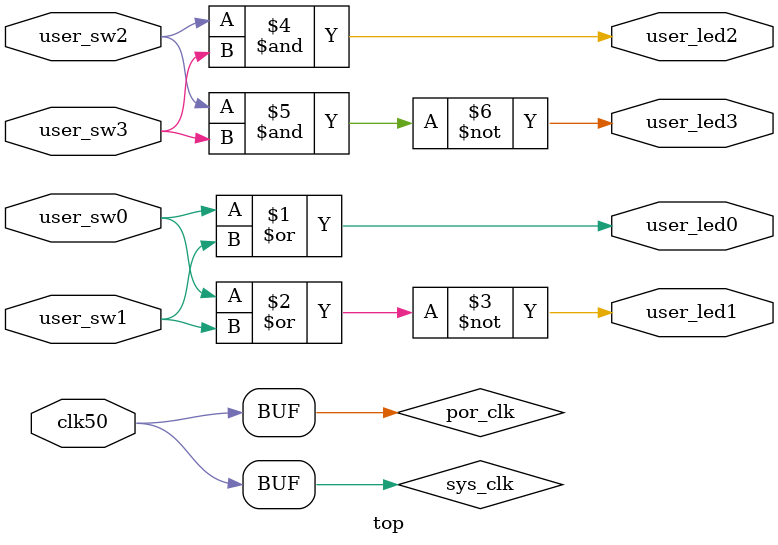
<source format=v>



module top (
	output wire user_led0,
	output wire user_led1,
	output wire user_led2,
	output wire user_led3,
	input  wire user_sw0,
	input  wire user_sw1,
	input  wire user_sw2,
	input  wire user_sw3,
	input  wire clk50
);


//------------------------------------------------------------------------------
// Signals
//------------------------------------------------------------------------------

wire sys_clk;
wire sys_rst;
wire por_clk;
reg  int_rst = 1'd1;

//------------------------------------------------------------------------------
// Combinatorial Logic
//------------------------------------------------------------------------------

assign user_led0 = (user_sw0 | user_sw1);
assign user_led1 = (~(user_sw0 | user_sw1));
assign user_led2 = (user_sw2 & user_sw3);
assign user_led3 = (~(user_sw2 & user_sw3));
assign sys_clk = clk50;
assign por_clk = clk50;
assign sys_rst = int_rst;


//------------------------------------------------------------------------------
// Synchronous Logic
//------------------------------------------------------------------------------

always @(posedge por_clk) begin
	int_rst <= 1'd0;
end

always @(posedge sys_clk) begin
	if (sys_rst) begin
	end
end


//------------------------------------------------------------------------------
// Specialized Logic
//------------------------------------------------------------------------------

endmodule

// -----------------------------------------------------------------------------
//  Auto-Generated by LiteX on 2022-02-09 16:18:11.
//------------------------------------------------------------------------------

</source>
